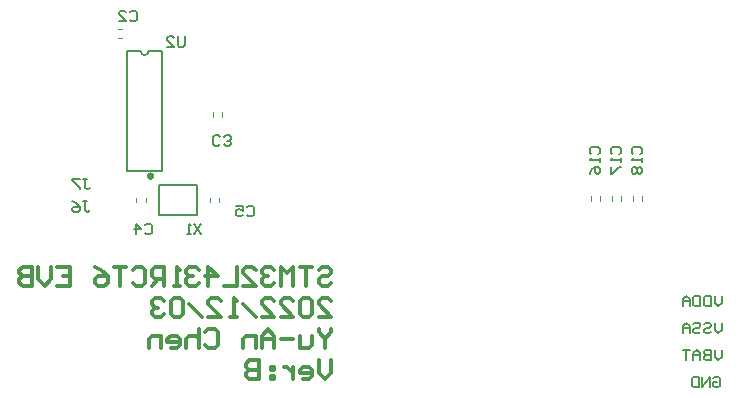
<source format=gbo>
G04 Layer_Color=32896*
%FSLAX44Y44*%
%MOMM*%
G71*
G01*
G75*
%ADD28C,0.2540*%
%ADD29C,0.2000*%
%ADD31C,0.3000*%
%ADD51C,0.1000*%
D28*
X201644Y260096D02*
G03*
X201644Y260096I-2000J0D01*
G01*
D29*
X191615Y365760D02*
G03*
X197965Y365760I3175J0D01*
G01*
X209440D01*
X180140D02*
X191615D01*
X180140Y264160D02*
Y365760D01*
Y264160D02*
X209440D01*
Y365760D01*
X207010Y227330D02*
X239010D01*
X207010D02*
Y252330D01*
X239010D01*
Y227330D02*
Y252330D01*
X258728Y287142D02*
X257229Y285643D01*
X254230D01*
X252730Y287142D01*
Y293141D01*
X254230Y294640D01*
X257229D01*
X258728Y293141D01*
X261727Y287142D02*
X263227Y285643D01*
X266226D01*
X267725Y287142D01*
Y288642D01*
X266226Y290142D01*
X264726D01*
X266226D01*
X267725Y291641D01*
Y293141D01*
X266226Y294640D01*
X263227D01*
X261727Y293141D01*
X228600Y378567D02*
Y371069D01*
X227101Y369570D01*
X224102D01*
X222602Y371069D01*
Y378567D01*
X213605Y369570D02*
X219603D01*
X213605Y375568D01*
Y377068D01*
X215104Y378567D01*
X218103D01*
X219603Y377068D01*
X242570Y219817D02*
X236572Y210820D01*
Y219817D02*
X242570Y210820D01*
X233573D02*
X230574D01*
X232073D01*
Y219817D01*
X233573Y218318D01*
X142592Y257917D02*
X145591D01*
X144092D01*
Y250420D01*
X145591Y248920D01*
X147091D01*
X148590Y250420D01*
X139593Y257917D02*
X133595D01*
Y256418D01*
X139593Y250420D01*
Y248920D01*
X181962Y398658D02*
X183461Y400157D01*
X186460D01*
X187960Y398658D01*
Y392659D01*
X186460Y391160D01*
X183461D01*
X181962Y392659D01*
X172965Y391160D02*
X178963D01*
X172965Y397158D01*
Y398658D01*
X174464Y400157D01*
X177463D01*
X178963Y398658D01*
X281022Y233558D02*
X282521Y235057D01*
X285520D01*
X287020Y233558D01*
Y227560D01*
X285520Y226060D01*
X282521D01*
X281022Y227560D01*
X272025Y235057D02*
X278023D01*
Y230558D01*
X275024Y232058D01*
X273524D01*
X272025Y230558D01*
Y227560D01*
X273524Y226060D01*
X276523D01*
X278023Y227560D01*
X194662Y218318D02*
X196161Y219817D01*
X199160D01*
X200660Y218318D01*
Y212320D01*
X199160Y210820D01*
X196161D01*
X194662Y212320D01*
X187164Y210820D02*
Y219817D01*
X191663Y215319D01*
X185665D01*
X142592Y238867D02*
X145591D01*
X144092D01*
Y231369D01*
X145591Y229870D01*
X147091D01*
X148590Y231369D01*
X133595Y238867D02*
X136594Y237368D01*
X139593Y234368D01*
Y231369D01*
X138093Y229870D01*
X135094D01*
X133595Y231369D01*
Y232869D01*
X135094Y234368D01*
X139593D01*
X572892Y278482D02*
X571393Y279981D01*
Y282980D01*
X572892Y284480D01*
X578890D01*
X580390Y282980D01*
Y279981D01*
X578890Y278482D01*
X580390Y275483D02*
Y272484D01*
Y273983D01*
X571393D01*
X572892Y275483D01*
X571393Y261987D02*
X572892Y264986D01*
X575891Y267985D01*
X578890D01*
X580390Y266486D01*
Y263487D01*
X578890Y261987D01*
X577391D01*
X575891Y263487D01*
Y267985D01*
X590672Y278482D02*
X589173Y279981D01*
Y282980D01*
X590672Y284480D01*
X596670D01*
X598170Y282980D01*
Y279981D01*
X596670Y278482D01*
X598170Y275483D02*
Y272484D01*
Y273983D01*
X589173D01*
X590672Y275483D01*
X589173Y267985D02*
Y261987D01*
X590672D01*
X596670Y267985D01*
X598170D01*
X608452Y278482D02*
X606953Y279981D01*
Y282980D01*
X608452Y284480D01*
X614450D01*
X615950Y282980D01*
Y279981D01*
X614450Y278482D01*
X615950Y275483D02*
Y272484D01*
Y273983D01*
X606953D01*
X608452Y275483D01*
Y267985D02*
X606953Y266486D01*
Y263487D01*
X608452Y261987D01*
X609952D01*
X611451Y263487D01*
X612951Y261987D01*
X614450D01*
X615950Y263487D01*
Y266486D01*
X614450Y267985D01*
X612951D01*
X611451Y266486D01*
X609952Y267985D01*
X608452D01*
X611451Y266486D02*
Y263487D01*
X683260Y135997D02*
Y129999D01*
X680261Y127000D01*
X677262Y129999D01*
Y135997D01*
X668265Y134498D02*
X669764Y135997D01*
X672763D01*
X674263Y134498D01*
Y132998D01*
X672763Y131498D01*
X669764D01*
X668265Y129999D01*
Y128499D01*
X669764Y127000D01*
X672763D01*
X674263Y128499D01*
X659268Y134498D02*
X660767Y135997D01*
X663766D01*
X665266Y134498D01*
Y132998D01*
X663766Y131498D01*
X660767D01*
X659268Y129999D01*
Y128499D01*
X660767Y127000D01*
X663766D01*
X665266Y128499D01*
X656269Y127000D02*
Y132998D01*
X653270Y135997D01*
X650271Y132998D01*
Y127000D01*
Y131498D01*
X656269D01*
X683260Y158857D02*
Y152859D01*
X680261Y149860D01*
X677262Y152859D01*
Y158857D01*
X674263D02*
Y149860D01*
X669764D01*
X668265Y151360D01*
Y157358D01*
X669764Y158857D01*
X674263D01*
X665266D02*
Y149860D01*
X660767D01*
X659268Y151360D01*
Y157358D01*
X660767Y158857D01*
X665266D01*
X656269Y149860D02*
Y155858D01*
X653270Y158857D01*
X650271Y155858D01*
Y149860D01*
Y154359D01*
X656269D01*
X675992Y88778D02*
X677492Y90277D01*
X680490D01*
X681990Y88778D01*
Y82780D01*
X680490Y81280D01*
X677492D01*
X675992Y82780D01*
Y85779D01*
X678991D01*
X672993Y81280D02*
Y90277D01*
X666995Y81280D01*
Y90277D01*
X663996D02*
Y81280D01*
X659497D01*
X657998Y82780D01*
Y88778D01*
X659497Y90277D01*
X663996D01*
X683260Y113137D02*
Y107139D01*
X680261Y104140D01*
X677262Y107139D01*
Y113137D01*
X674263D02*
Y104140D01*
X669764D01*
X668265Y105639D01*
Y107139D01*
X669764Y108638D01*
X674263D01*
X669764D01*
X668265Y110138D01*
Y111638D01*
X669764Y113137D01*
X674263D01*
X665266Y104140D02*
Y110138D01*
X662267Y113137D01*
X659268Y110138D01*
Y104140D01*
Y108638D01*
X665266D01*
X656269Y113137D02*
X650271D01*
X653270D01*
Y104140D01*
D31*
X341937Y180600D02*
X344603Y183266D01*
X349934D01*
X352600Y180600D01*
Y177934D01*
X349934Y175269D01*
X344603D01*
X341937Y172603D01*
Y169937D01*
X344603Y167271D01*
X349934D01*
X352600Y169937D01*
X336605Y183266D02*
X325942D01*
X331274D01*
Y167271D01*
X320610D02*
Y183266D01*
X315279Y177934D01*
X309947Y183266D01*
Y167271D01*
X304616Y180600D02*
X301950Y183266D01*
X296618D01*
X293952Y180600D01*
Y177934D01*
X296618Y175269D01*
X299284D01*
X296618D01*
X293952Y172603D01*
Y169937D01*
X296618Y167271D01*
X301950D01*
X304616Y169937D01*
X277957Y167271D02*
X288621D01*
X277957Y177934D01*
Y180600D01*
X280623Y183266D01*
X285955D01*
X288621Y180600D01*
X272626Y183266D02*
Y167271D01*
X261963D01*
X248634D02*
Y183266D01*
X256631Y175269D01*
X245968D01*
X240636Y180600D02*
X237971Y183266D01*
X232639D01*
X229973Y180600D01*
Y177934D01*
X232639Y175269D01*
X235305D01*
X232639D01*
X229973Y172603D01*
Y169937D01*
X232639Y167271D01*
X237971D01*
X240636Y169937D01*
X224641Y167271D02*
X219310D01*
X221976D01*
Y183266D01*
X224641Y180600D01*
X211313Y167271D02*
Y183266D01*
X203315D01*
X200649Y180600D01*
Y175269D01*
X203315Y172603D01*
X211313D01*
X205981D02*
X200649Y167271D01*
X184655Y180600D02*
X187320Y183266D01*
X192652D01*
X195318Y180600D01*
Y169937D01*
X192652Y167271D01*
X187320D01*
X184655Y169937D01*
X179323Y183266D02*
X168660D01*
X173991D01*
Y167271D01*
X152665Y183266D02*
X157997Y180600D01*
X163328Y175269D01*
Y169937D01*
X160662Y167271D01*
X155331D01*
X152665Y169937D01*
Y172603D01*
X155331Y175269D01*
X163328D01*
X120675Y183266D02*
X131338D01*
Y167271D01*
X120675D01*
X131338Y175269D02*
X126007D01*
X115344Y183266D02*
Y172603D01*
X110012Y167271D01*
X104680Y172603D01*
Y183266D01*
X99349D02*
Y167271D01*
X91351D01*
X88686Y169937D01*
Y172603D01*
X91351Y175269D01*
X99349D01*
X91351D01*
X88686Y177934D01*
Y180600D01*
X91351Y183266D01*
X99349D01*
X341937Y140878D02*
X352600D01*
X341937Y151541D01*
Y154206D01*
X344603Y156872D01*
X349934D01*
X352600Y154206D01*
X336605D02*
X333939Y156872D01*
X328608D01*
X325942Y154206D01*
Y143543D01*
X328608Y140878D01*
X333939D01*
X336605Y143543D01*
Y154206D01*
X309947Y140878D02*
X320610D01*
X309947Y151541D01*
Y154206D01*
X312613Y156872D01*
X317945D01*
X320610Y154206D01*
X293952Y140878D02*
X304616D01*
X293952Y151541D01*
Y154206D01*
X296618Y156872D01*
X301950D01*
X304616Y154206D01*
X288621Y140878D02*
X277957Y151541D01*
X272626Y140878D02*
X267294D01*
X269960D01*
Y156872D01*
X272626Y154206D01*
X248634Y140878D02*
X259297D01*
X248634Y151541D01*
Y154206D01*
X251299Y156872D01*
X256631D01*
X259297Y154206D01*
X243302Y140878D02*
X232639Y151541D01*
X227307Y154206D02*
X224641Y156872D01*
X219310D01*
X216644Y154206D01*
Y143543D01*
X219310Y140878D01*
X224641D01*
X227307Y143543D01*
Y154206D01*
X211313D02*
X208647Y156872D01*
X203315D01*
X200649Y154206D01*
Y151541D01*
X203315Y148875D01*
X205981D01*
X203315D01*
X200649Y146209D01*
Y143543D01*
X203315Y140878D01*
X208647D01*
X211313Y143543D01*
X352600Y130479D02*
Y127813D01*
X347268Y122481D01*
X341937Y127813D01*
Y130479D01*
X347268Y122481D02*
Y114484D01*
X336605Y125147D02*
Y117149D01*
X333939Y114484D01*
X325942D01*
Y125147D01*
X320610Y122481D02*
X309947D01*
X304616Y114484D02*
Y125147D01*
X299284Y130479D01*
X293952Y125147D01*
Y114484D01*
Y122481D01*
X304616D01*
X288621Y114484D02*
Y125147D01*
X280623D01*
X277957Y122481D01*
Y114484D01*
X245968Y127813D02*
X248634Y130479D01*
X253965D01*
X256631Y127813D01*
Y117149D01*
X253965Y114484D01*
X248634D01*
X245968Y117149D01*
X240636Y130479D02*
Y114484D01*
Y122481D01*
X237971Y125147D01*
X232639D01*
X229973Y122481D01*
Y114484D01*
X216644D02*
X221976D01*
X224641Y117149D01*
Y122481D01*
X221976Y125147D01*
X216644D01*
X213978Y122481D01*
Y119815D01*
X224641D01*
X208647Y114484D02*
Y125147D01*
X200649D01*
X197983Y122481D01*
Y114484D01*
X352600Y104085D02*
Y93422D01*
X347268Y88090D01*
X341937Y93422D01*
Y104085D01*
X328608Y88090D02*
X333939D01*
X336605Y90756D01*
Y96087D01*
X333939Y98753D01*
X328608D01*
X325942Y96087D01*
Y93422D01*
X336605D01*
X320610Y98753D02*
Y88090D01*
Y93422D01*
X317945Y96087D01*
X315279Y98753D01*
X312613D01*
X304616D02*
X301950D01*
Y96087D01*
X304616D01*
Y98753D01*
Y90756D02*
X301950D01*
Y88090D01*
X304616D01*
Y90756D01*
X291287Y104085D02*
Y88090D01*
X283289D01*
X280623Y90756D01*
Y93422D01*
X283289Y96087D01*
X291287D01*
X283289D01*
X280623Y98753D01*
Y101419D01*
X283289Y104085D01*
X291287D01*
D51*
X260540Y310520D02*
Y314070D01*
X252540Y310520D02*
Y314070D01*
X195770Y238130D02*
Y241680D01*
X187770Y238130D02*
Y241680D01*
X250000Y238380D02*
Y241930D01*
X258000Y238380D02*
Y241930D01*
X172090Y377000D02*
X175640D01*
X172090Y385000D02*
X175640D01*
X572580Y239400D02*
Y242950D01*
X580580Y239400D02*
Y242950D01*
X590360Y239400D02*
Y242950D01*
X598360Y239400D02*
Y242950D01*
X608140Y239400D02*
Y242950D01*
X616140Y239400D02*
Y242950D01*
M02*

</source>
